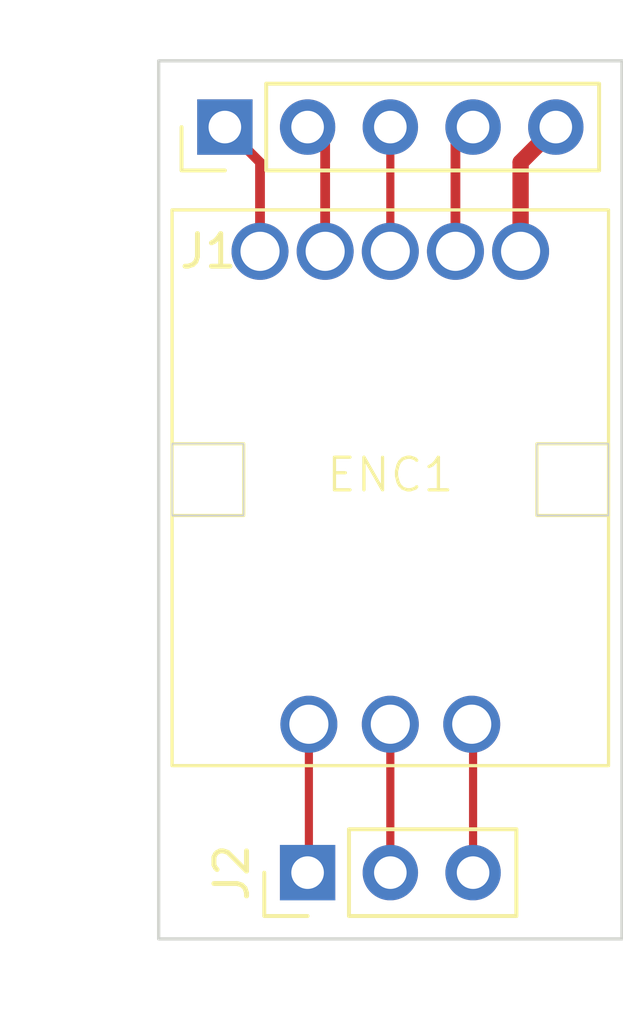
<source format=kicad_pcb>
(kicad_pcb (version 20221018) (generator pcbnew)
  (layers (0 "F.Cu" signal) (31 "B.Cu" signal) (34 "B.Paste" user) (35 "F.Paste" user) (36 "B.SilkS" user "B.Silkscreen") (37 "F.SilkS" user "F.Silkscreen") (38 "B.Mask" user) (39 "F.Mask" user) (44 "Edge.Cuts" user))
  (net 0 "")
  (net 1 "Net-(ENC1-RED)")
  (net 2 "Net-(ENC1-GREEN)")
  (net 3 "Net-(ENC1-SW)")
  (net 4 "Net-(ENC1-BLUE)")
  (net 5 "Net-(ENC1-Anode)")
  (net 6 "Net-(ENC1-A)")
  (net 7 "Net-(ENC1-B)")
  (net 8 "Net-(ENC1-C)")
  (footprint "Potentiometer_LED:EC12PLRGBSDVBF" (layer "F.Cu") (at 77.215 69.23)
    (fp_text reference "ENC1" (at 0 -0.145 unlocked) (layer "F.SilkS") (effects (font (thickness 0.1))))
    (fp_text value "~")
    (fp_rect (start -6.7 -8.27) (end 6.7 8.77) (stroke (width 0.1)) (fill none) (layer "F.SilkS"))
    (fp_rect (start -4.5 -1.1) (end -6.7 1.1) (stroke (width 0.1)) (fill none) (layer "F.SilkS"))
    (fp_rect (start 4.5 -1.1) (end 6.7 1.1) (stroke (width 0.1)) (fill none) (layer "F.SilkS"))
    (fp_rect (start -6.7 -1.1) (end -4.5 1.1) (stroke (width 0.05)) (fill none) (layer "Edge.Cuts"))
    (fp_rect (start 4.5 -1.1) (end 6.7 1.1) (stroke (width 0.05)) (fill none) (layer "Edge.Cuts"))
    (pad "1" thru_hole circle (at -4 -7) (size 1.75 1.75) (drill 1.2) (layers "*.Cu" "*.Mask") (net 1 "Net-(ENC1-RED)"))
    (pad "2" thru_hole circle (at -2 -7) (size 1.75 1.75) (drill 1.2) (layers "*.Cu" "*.Mask") (net 2 "Net-(ENC1-GREEN)"))
    (pad "3" thru_hole circle (at 0 -7) (size 1.75 1.75) (drill 1.2) (layers "*.Cu" "*.Mask") (net 3 "Net-(ENC1-SW)"))
    (pad "4" thru_hole circle (at 2 -7) (size 1.75 1.75) (drill 1.2) (layers "*.Cu" "*.Mask") (net 4 "Net-(ENC1-BLUE)"))
    (pad "5" thru_hole circle (at 4 -7) (size 1.75 1.75) (drill 1.2) (layers "*.Cu" "*.Mask") (net 5 "Net-(ENC1-Anode)"))
    (pad "6" thru_hole circle (at -2.5 7.5) (size 1.75 1.75) (drill 1.2) (layers "*.Cu" "*.Mask") (net 6 "Net-(ENC1-A)"))
    (pad "7" thru_hole circle (at 0 7.5) (size 1.75 1.75) (drill 1.2) (layers "*.Cu" "*.Mask") (net 7 "Net-(ENC1-B)"))
    (pad "8" thru_hole circle (at 2.5 7.5) (size 1.75 1.75) (drill 1.2) (layers "*.Cu" "*.Mask") (net 8 "Net-(ENC1-C)"))
  )
  (footprint "Connector_PinHeader_2.54mm:PinHeader_1x03_P2.54mm_Vertical" (layer "F.Cu") (at 74.676 81.28 90)
    (fp_text reference "J2" (at 0 -2.33 90) (layer "F.SilkS"))
    (fp_text value "Conn_01x03_Pin")
    (fp_line (start -1.33 -1.33) (end 0 -1.33) (stroke (width 0.12)) (layer "F.SilkS"))
    (fp_line (start -1.33 0) (end -1.33 -1.33) (stroke (width 0.12)) (layer "F.SilkS"))
    (fp_line (start -1.33 1.27) (end -1.33 6.41) (stroke (width 0.12)) (layer "F.SilkS"))
    (fp_line (start -1.33 1.27) (end 1.33 1.27) (stroke (width 0.12)) (layer "F.SilkS"))
    (fp_line (start -1.33 6.41) (end 1.33 6.41) (stroke (width 0.12)) (layer "F.SilkS"))
    (fp_line (start 1.33 1.27) (end 1.33 6.41) (stroke (width 0.12)) (layer "F.SilkS"))
    (pad "1" thru_hole rect (at 0 0 90) (size 1.7 1.7) (drill 1) (layers "*.Cu" "*.Mask") (net 6 "Net-(ENC1-A)"))
    (pad "2" thru_hole oval (at 0 2.54 90) (size 1.7 1.7) (drill 1) (layers "*.Cu" "*.Mask") (net 7 "Net-(ENC1-B)"))
    (pad "3" thru_hole oval (at 0 5.08 90) (size 1.7 1.7) (drill 1) (layers "*.Cu" "*.Mask") (net 8 "Net-(ENC1-C)"))
  )
  (footprint "Connector_PinHeader_2.54mm:PinHeader_1x05_P2.54mm_Vertical" (layer "F.Cu") (at 72.136 58.42 90)
    (fp_text reference "J1" (at -3.81 -0.508 180) (layer "F.SilkS"))
    (fp_text value "Conn_01x05_Pin")
    (fp_line (start -1.33 -1.33) (end 0 -1.33) (stroke (width 0.12)) (layer "F.SilkS"))
    (fp_line (start -1.33 0) (end -1.33 -1.33) (stroke (width 0.12)) (layer "F.SilkS"))
    (fp_line (start -1.33 1.27) (end -1.33 11.49) (stroke (width 0.12)) (layer "F.SilkS"))
    (fp_line (start -1.33 1.27) (end 1.33 1.27) (stroke (width 0.12)) (layer "F.SilkS"))
    (fp_line (start -1.33 11.49) (end 1.33 11.49) (stroke (width 0.12)) (layer "F.SilkS"))
    (fp_line (start 1.33 1.27) (end 1.33 11.49) (stroke (width 0.12)) (layer "F.SilkS"))
    (pad "1" thru_hole rect (at 0 0 90) (size 1.7 1.7) (drill 1) (layers "*.Cu" "*.Mask") (net 1 "Net-(ENC1-RED)"))
    (pad "2" thru_hole oval (at 0 2.54 90) (size 1.7 1.7) (drill 1) (layers "*.Cu" "*.Mask") (net 2 "Net-(ENC1-GREEN)"))
    (pad "3" thru_hole oval (at 0 5.08 90) (size 1.7 1.7) (drill 1) (layers "*.Cu" "*.Mask") (net 3 "Net-(ENC1-SW)"))
    (pad "4" thru_hole oval (at 0 7.62 90) (size 1.7 1.7) (drill 1) (layers "*.Cu" "*.Mask") (net 4 "Net-(ENC1-BLUE)"))
    (pad "5" thru_hole oval (at 0 10.16 90) (size 1.7 1.7) (drill 1) (layers "*.Cu" "*.Mask") (net 5 "Net-(ENC1-Anode)"))
  )
  (gr_rect (start 70.104 56.388) (end 84.328 83.312) (stroke (width 0.1)) (fill none) (layer "Edge.Cuts"))
  (segment (start 73.215 59.499) (end 72.136 58.42) (width 0.3) (layer "F.Cu") (net 1))
  (segment (start 73.215 62.23) (end 73.215 59.499) (width 0.3) (layer "F.Cu") (net 1))
  (segment (start 75.215 58.959) (end 74.676 58.42) (width 0.3) (layer "F.Cu") (net 2))
  (segment (start 75.215 62.23) (end 75.215 58.959) (width 0.3) (layer "F.Cu") (net 2))
  (segment (start 77.216 62.229) (end 77.215 62.23) (width 0.25) (layer "F.Cu") (net 3))
  (segment (start 77.216 58.42) (end 77.216 62.229) (width 0.25) (layer "F.Cu") (net 3))
  (segment (start 79.215 62.23) (end 79.215 58.961) (width 0.3) (layer "F.Cu") (net 4))
  (segment (start 79.215 58.961) (end 79.756 58.42) (width 0.3) (layer "F.Cu") (net 4))
  (segment (start 81.215 59.501) (end 82.296 58.42) (width 0.5) (layer "F.Cu") (net 5))
  (segment (start 81.215 62.23) (end 81.215 59.501) (width 0.5) (layer "F.Cu") (net 5))
  (segment (start 74.715 76.73) (end 74.715 81.241) (width 0.25) (layer "F.Cu") (net 6))
  (segment (start 74.715 81.241) (end 74.676 81.28) (width 0.25) (layer "F.Cu") (net 6))
  (segment (start 77.216 81.28) (end 77.216 76.731) (width 0.25) (layer "F.Cu") (net 7))
  (segment (start 77.216 76.731) (end 77.215 76.73) (width 0.25) (layer "F.Cu") (net 7))
  (segment (start 79.756 76.771) (end 79.715 76.73) (width 0.25) (layer "F.Cu") (net 8))
  (segment (start 79.756 81.28) (end 79.756 76.771) (width 0.25) (layer "F.Cu") (net 8))
)
</source>
